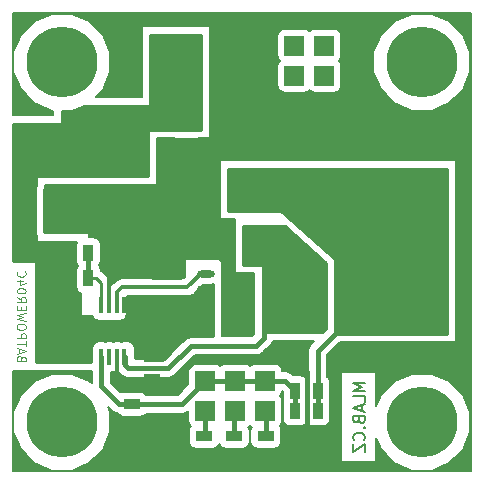
<source format=gbr>
G04 #@! TF.FileFunction,Copper,L2,Bot,Signal*
%FSLAX46Y46*%
G04 Gerber Fmt 4.6, Leading zero omitted, Abs format (unit mm)*
G04 Created by KiCad (PCBNEW 0.201412101631+5319~19~ubuntu14.04.1-product) date St 10. prosinec 2014, 23:05:16 CET*
%MOMM*%
G01*
G04 APERTURE LIST*
%ADD10C,0.100000*%
%ADD11C,0.200000*%
%ADD12R,1.651000X1.651000*%
%ADD13C,6.000000*%
%ADD14R,3.000000X5.500000*%
%ADD15R,3.810000X3.810000*%
%ADD16R,2.499360X2.550160*%
%ADD17R,1.397000X0.889000*%
%ADD18R,0.889000X1.397000*%
%ADD19R,2.700020X2.550160*%
%ADD20R,1.800860X2.499360*%
%ADD21R,2.499360X1.800860*%
%ADD22O,1.473200X0.609600*%
%ADD23R,0.450000X1.450000*%
%ADD24C,0.889000*%
%ADD25C,0.254000*%
%ADD26C,0.400000*%
%ADD27C,0.300000*%
%ADD28C,1.000000*%
G04 APERTURE END LIST*
D10*
D11*
X30741881Y8405452D02*
X29741881Y8405452D01*
X30456167Y8072118D01*
X29741881Y7738785D01*
X30741881Y7738785D01*
X30741881Y6786404D02*
X30741881Y7262595D01*
X29741881Y7262595D01*
X30456167Y6500690D02*
X30456167Y6024499D01*
X30741881Y6595928D02*
X29741881Y6262595D01*
X30741881Y5929261D01*
X30218071Y5262594D02*
X30265690Y5119737D01*
X30313310Y5072118D01*
X30408548Y5024499D01*
X30551405Y5024499D01*
X30646643Y5072118D01*
X30694262Y5119737D01*
X30741881Y5214975D01*
X30741881Y5595928D01*
X29741881Y5595928D01*
X29741881Y5262594D01*
X29789500Y5167356D01*
X29837119Y5119737D01*
X29932357Y5072118D01*
X30027595Y5072118D01*
X30122833Y5119737D01*
X30170452Y5167356D01*
X30218071Y5262594D01*
X30218071Y5595928D01*
X30646643Y4595928D02*
X30694262Y4548309D01*
X30741881Y4595928D01*
X30694262Y4643547D01*
X30646643Y4595928D01*
X30741881Y4595928D01*
X30646643Y3548309D02*
X30694262Y3595928D01*
X30741881Y3738785D01*
X30741881Y3834023D01*
X30694262Y3976881D01*
X30599024Y4072119D01*
X30503786Y4119738D01*
X30313310Y4167357D01*
X30170452Y4167357D01*
X29979976Y4119738D01*
X29884738Y4072119D01*
X29789500Y3976881D01*
X29741881Y3834023D01*
X29741881Y3738785D01*
X29789500Y3595928D01*
X29837119Y3548309D01*
X29741881Y3214976D02*
X29741881Y2548309D01*
X30741881Y3214976D01*
X30741881Y2548309D01*
D10*
X1653771Y10467228D02*
X1618057Y10574371D01*
X1582343Y10610086D01*
X1510914Y10645800D01*
X1403771Y10645800D01*
X1332343Y10610086D01*
X1296629Y10574371D01*
X1260914Y10502943D01*
X1260914Y10217228D01*
X2010914Y10217228D01*
X2010914Y10467228D01*
X1975200Y10538657D01*
X1939486Y10574371D01*
X1868057Y10610086D01*
X1796629Y10610086D01*
X1725200Y10574371D01*
X1689486Y10538657D01*
X1653771Y10467228D01*
X1653771Y10217228D01*
X1475200Y10931514D02*
X1475200Y11288657D01*
X1260914Y10860086D02*
X2010914Y11110086D01*
X1260914Y11360086D01*
X2010914Y11502943D02*
X2010914Y11931514D01*
X1260914Y11717228D02*
X2010914Y11717228D01*
X1260914Y12181514D02*
X2010914Y12181514D01*
X2010914Y12467229D01*
X1975200Y12538657D01*
X1939486Y12574372D01*
X1868057Y12610086D01*
X1760914Y12610086D01*
X1689486Y12574372D01*
X1653771Y12538657D01*
X1618057Y12467229D01*
X1618057Y12181514D01*
X2010914Y13074372D02*
X2010914Y13217229D01*
X1975200Y13288657D01*
X1903771Y13360086D01*
X1760914Y13395800D01*
X1510914Y13395800D01*
X1368057Y13360086D01*
X1296629Y13288657D01*
X1260914Y13217229D01*
X1260914Y13074372D01*
X1296629Y13002943D01*
X1368057Y12931514D01*
X1510914Y12895800D01*
X1760914Y12895800D01*
X1903771Y12931514D01*
X1975200Y13002943D01*
X2010914Y13074372D01*
X2010914Y13645800D02*
X1260914Y13824371D01*
X1796629Y13967228D01*
X1260914Y14110086D01*
X2010914Y14288657D01*
X1653771Y14574371D02*
X1653771Y14824371D01*
X1260914Y14931514D02*
X1260914Y14574371D01*
X2010914Y14574371D01*
X2010914Y14931514D01*
X1260914Y15681514D02*
X1618057Y15431514D01*
X1260914Y15252942D02*
X2010914Y15252942D01*
X2010914Y15538657D01*
X1975200Y15610085D01*
X1939486Y15645800D01*
X1868057Y15681514D01*
X1760914Y15681514D01*
X1689486Y15645800D01*
X1653771Y15610085D01*
X1618057Y15538657D01*
X1618057Y15252942D01*
X2010914Y16145800D02*
X2010914Y16217228D01*
X1975200Y16288657D01*
X1939486Y16324371D01*
X1868057Y16360085D01*
X1725200Y16395800D01*
X1546629Y16395800D01*
X1403771Y16360085D01*
X1332343Y16324371D01*
X1296629Y16288657D01*
X1260914Y16217228D01*
X1260914Y16145800D01*
X1296629Y16074371D01*
X1332343Y16038657D01*
X1403771Y16002942D01*
X1546629Y15967228D01*
X1725200Y15967228D01*
X1868057Y16002942D01*
X1939486Y16038657D01*
X1975200Y16074371D01*
X2010914Y16145800D01*
X1760914Y17038657D02*
X1260914Y17038657D01*
X2046629Y16860086D02*
X1510914Y16681514D01*
X1510914Y17145800D01*
X1332343Y17860086D02*
X1296629Y17824372D01*
X1260914Y17717229D01*
X1260914Y17645800D01*
X1296629Y17538657D01*
X1368057Y17467229D01*
X1439486Y17431514D01*
X1582343Y17395800D01*
X1689486Y17395800D01*
X1832343Y17431514D01*
X1903771Y17467229D01*
X1975200Y17538657D01*
X2010914Y17645800D01*
X2010914Y17717229D01*
X1975200Y17824372D01*
X1939486Y17860086D01*
D12*
X15875000Y34417000D03*
X15875000Y36957000D03*
X10795000Y34417000D03*
X13335000Y34417000D03*
X18415000Y34417000D03*
X18415000Y36957000D03*
X13335000Y36957000D03*
X10795000Y36957000D03*
X22288500Y6032500D03*
X22288500Y8572500D03*
X19748500Y6032500D03*
X19748500Y8572500D03*
X17208500Y6032500D03*
X17208500Y8572500D03*
X24765000Y36957000D03*
X24765000Y34417000D03*
X29845000Y36957000D03*
X27305000Y36957000D03*
X22225000Y36957000D03*
X22225000Y34417000D03*
X27305000Y34417000D03*
X29845000Y34417000D03*
D13*
X35560000Y5080000D03*
X5080000Y35560000D03*
X5080000Y5080000D03*
X35560000Y35560000D03*
D14*
X25988000Y15621000D03*
X35988000Y15621000D03*
D15*
X35226000Y29591000D03*
X30226000Y29591000D03*
X35226000Y24574500D03*
X30226000Y24574500D03*
X5350500Y28003500D03*
X10350500Y28003500D03*
X5350500Y22987000D03*
X10350500Y22987000D03*
D16*
X13970000Y18399760D03*
X13970000Y13350240D03*
D17*
X12700000Y10604500D03*
X12700000Y8699500D03*
D18*
X5397500Y17272000D03*
X7302500Y17272000D03*
X26733500Y6045200D03*
X24828500Y6045200D03*
D17*
X10985500Y6604000D03*
X10985500Y4699000D03*
D19*
X25654000Y30988000D03*
X25654000Y24638000D03*
X20701000Y31115000D03*
X20701000Y24765000D03*
D20*
X15621000Y26957020D03*
X15621000Y30954980D03*
D21*
X17813020Y20701000D03*
X21810980Y20701000D03*
D22*
X17272000Y13843000D03*
X17272000Y15113000D03*
X17272000Y16383000D03*
X17272000Y17653000D03*
X22860000Y17653000D03*
X22860000Y16383000D03*
X22860000Y15113000D03*
X22860000Y13843000D03*
D18*
X5397500Y19431000D03*
X7302500Y19431000D03*
D17*
X19685000Y3873500D03*
X19685000Y1968500D03*
D18*
X26733500Y7747000D03*
X24828500Y7747000D03*
D17*
X17145000Y3873500D03*
X17145000Y1968500D03*
X22352000Y3873500D03*
X22352000Y1968500D03*
D23*
X10373000Y10627000D03*
X9723000Y10627000D03*
X9073000Y10627000D03*
X8423000Y10627000D03*
X8423000Y15027000D03*
X9073000Y15027000D03*
X9723000Y15027000D03*
X10373000Y15027000D03*
D24*
X20650200Y13563600D03*
X19253200Y13665200D03*
X20701000Y15316200D03*
X19202400Y15265400D03*
X20701000Y16789400D03*
X19151600Y16789400D03*
X32512000Y10668000D03*
X28244800Y10490200D03*
X28041600Y3860800D03*
X25834999Y3922050D03*
X23693341Y2338341D03*
X21056600Y2032000D03*
X18415000Y2006600D03*
X14909800Y2032000D03*
X14859000Y4622800D03*
X12852400Y4521200D03*
X11150600Y2971800D03*
X9753600Y8610600D03*
X9398000Y17399000D03*
X11176000Y18288000D03*
X10922000Y20066000D03*
X13970000Y20828000D03*
X15748000Y20320000D03*
X16256000Y22606000D03*
X16510000Y24892000D03*
X13716000Y23368000D03*
X13716000Y25146000D03*
X18796000Y28448000D03*
X21844000Y28702000D03*
X18084800Y10388600D03*
X11049000Y8153400D03*
X14173200Y8077200D03*
X24219424Y9765668D03*
X25450800Y10210800D03*
X25476200Y11607800D03*
D25*
X20701000Y15316200D02*
X20701000Y15113000D01*
X20701000Y15113000D02*
X19253200Y13665200D01*
X20701000Y16789400D02*
X20701000Y16764000D01*
X20701000Y16764000D02*
X19202400Y15265400D01*
X17813020Y20701000D02*
X17813020Y19546570D01*
X17813020Y19546570D02*
X19151600Y18207990D01*
X19151600Y18207990D02*
X19151600Y16789400D01*
X28041600Y3860800D02*
X28041600Y10287000D01*
X28041600Y10287000D02*
X28244800Y10490200D01*
D26*
X25834999Y3051199D02*
X25834999Y3922050D01*
D25*
X21056600Y2032000D02*
X23387000Y2032000D01*
X23387000Y2032000D02*
X23693341Y2338341D01*
X14909800Y2032000D02*
X18389600Y2032000D01*
X18389600Y2032000D02*
X18415000Y2006600D01*
X13709617Y4749800D02*
X14732000Y4749800D01*
X14732000Y4749800D02*
X14859000Y4622800D01*
X12852400Y4521200D02*
X13481017Y4521200D01*
X13481017Y4521200D02*
X13709617Y4749800D01*
X10985500Y4699000D02*
X10985500Y3136900D01*
X10985500Y3136900D02*
X11150600Y2971800D01*
D26*
X22225000Y1968500D02*
X23323500Y1968500D01*
X23323500Y1968500D02*
X24326800Y2971800D01*
X24326800Y2971800D02*
X25755600Y2971800D01*
X25755600Y2971800D02*
X25834999Y3051199D01*
D27*
X9723000Y8692000D02*
X9753600Y8661400D01*
X9753600Y8661400D02*
X9753600Y8610600D01*
X9723000Y10627000D02*
X9723000Y8692000D01*
X9730500Y8699500D02*
X12700000Y8699500D01*
X9723000Y8692000D02*
X9730500Y8699500D01*
X9073000Y21709500D02*
X10350500Y22987000D01*
X9073000Y15027000D02*
X9073000Y21709500D01*
X9073000Y17074000D02*
X9398000Y17399000D01*
X9073000Y15027000D02*
X9073000Y17074000D01*
D25*
X10287000Y17399000D02*
X11176000Y18288000D01*
X9398000Y17399000D02*
X10287000Y17399000D01*
X13208000Y20066000D02*
X13970000Y20828000D01*
X10922000Y20066000D02*
X13208000Y20066000D01*
X15748000Y22098000D02*
X16256000Y22606000D01*
X15748000Y20320000D02*
X15748000Y22098000D01*
X14986000Y23368000D02*
X13716000Y23368000D01*
X16510000Y24892000D02*
X14986000Y23368000D01*
X16256000Y25146000D02*
X16510000Y24892000D01*
X13716000Y25146000D02*
X16256000Y25146000D01*
X16510000Y26162000D02*
X18796000Y28448000D01*
X16510000Y24892000D02*
X16510000Y26162000D01*
X17456183Y10388600D02*
X18084800Y10388600D01*
X16484600Y10388600D02*
X17456183Y10388600D01*
X14173200Y8077200D02*
X16484600Y10388600D01*
D26*
X25326999Y9852001D02*
X24133091Y9852001D01*
D25*
X10591800Y8610600D02*
X11049000Y8153400D01*
X9753600Y8610600D02*
X10591800Y8610600D01*
D26*
X25834999Y9344001D02*
X25326999Y9852001D01*
X25834999Y3922050D02*
X25834999Y9344001D01*
D25*
X23596492Y10388600D02*
X24219424Y9765668D01*
X18084800Y10388600D02*
X23596492Y10388600D01*
X24133091Y9852001D02*
X24219424Y9765668D01*
X25005668Y9765668D02*
X25450800Y10210800D01*
X24219424Y9765668D02*
X25005668Y9765668D01*
D28*
X15621000Y30954980D02*
X13720570Y30954980D01*
X13720570Y30954980D02*
X13695549Y30980001D01*
X13695549Y30980001D02*
X7946001Y30980001D01*
X7946001Y30980001D02*
X5287000Y28321000D01*
X13335000Y36957000D02*
X13335000Y34417000D01*
X13335000Y34417000D02*
X15875000Y34417000D01*
X15875000Y36957000D02*
X15875000Y34417000D01*
X15875000Y31208980D02*
X15621000Y30954980D01*
X15875000Y36957000D02*
X15875000Y31208980D01*
D27*
X13970000Y13375640D02*
X13970000Y13350240D01*
X12318640Y15027000D02*
X13970000Y13375640D01*
X10373000Y15027000D02*
X12318640Y15027000D01*
D28*
X13546849Y10652009D02*
X12700000Y10652009D01*
X13970000Y11075160D02*
X13546849Y10652009D01*
X13970000Y13350240D02*
X13970000Y11075160D01*
D26*
X7300000Y19431000D02*
X7300000Y17476000D01*
D25*
X8001000Y17272000D02*
X7302500Y17272000D01*
X8423000Y16850000D02*
X8001000Y17272000D01*
X8423000Y15027000D02*
X8423000Y16850000D01*
D26*
X26733500Y7747000D02*
X26733500Y6045200D01*
X26733500Y7747000D02*
X26733500Y11112500D01*
X31242000Y15621000D02*
X35988000Y15621000D01*
X26733500Y11112500D02*
X31242000Y15621000D01*
X24828500Y7747000D02*
X24828500Y6045200D01*
X8393999Y9538799D02*
X8393999Y10627000D01*
X8393999Y8097001D02*
X8393999Y9538799D01*
X9887000Y6604000D02*
X8393999Y8097001D01*
X10985500Y6604000D02*
X9887000Y6604000D01*
X15240000Y6604000D02*
X17208500Y8572500D01*
X10985500Y6604000D02*
X15240000Y6604000D01*
X17208500Y8572500D02*
X19748500Y8572500D01*
X17208500Y8572500D02*
X22288500Y8572500D01*
X24003000Y8572500D02*
X24828500Y7747000D01*
X22288500Y8572500D02*
X24003000Y8572500D01*
X11905733Y9652000D02*
X14091553Y9652000D01*
X14091553Y9652000D02*
X15987187Y11547634D01*
X15987187Y11547634D02*
X21504434Y11547634D01*
X21504434Y11547634D02*
X22174200Y12217400D01*
X22174200Y12217400D02*
X22174200Y13055600D01*
X22860000Y13138200D02*
X22860000Y13843000D01*
X22174200Y13055600D02*
X22777400Y13055600D01*
X22777400Y13055600D02*
X22860000Y13138200D01*
X11905733Y9652000D02*
X10668000Y9652000D01*
X10668000Y9652000D02*
X10402001Y9917999D01*
X10402001Y9917999D02*
X10402001Y10627000D01*
X22352000Y5969000D02*
X22288500Y6032500D01*
X22352000Y3873500D02*
X22352000Y5969000D01*
X19685000Y5969000D02*
X19748500Y6032500D01*
X19685000Y3873500D02*
X19685000Y5969000D01*
X17208500Y3937000D02*
X17145000Y3873500D01*
X17208500Y6032500D02*
X17208500Y3937000D01*
X16840200Y17653000D02*
X17272000Y17653000D01*
D27*
X16840200Y17653000D02*
X15697200Y16510000D01*
X9723000Y16052000D02*
X9723000Y15027000D01*
X9723000Y16054202D02*
X9723000Y16052000D01*
X10178798Y16510000D02*
X9723000Y16054202D01*
X15697200Y16510000D02*
X10178798Y16510000D01*
D25*
G36*
X27432000Y12991868D02*
X27140132Y12700000D01*
X22098000Y12700000D01*
X22098000Y18415000D01*
X20447000Y18415000D01*
X20447000Y21717000D01*
X23931093Y21717000D01*
X27432000Y18516171D01*
X27432000Y12991868D01*
X27432000Y12991868D01*
G37*
X27432000Y12991868D02*
X27140132Y12700000D01*
X22098000Y12700000D01*
X22098000Y18415000D01*
X20447000Y18415000D01*
X20447000Y21717000D01*
X23931093Y21717000D01*
X27432000Y18516171D01*
X27432000Y12991868D01*
G36*
X37719000Y12573000D02*
X30607000Y12573000D01*
X28194000Y12573000D01*
X28194000Y18851966D01*
X23671306Y22987000D01*
X19177000Y22987000D01*
X19177000Y26543000D01*
X27432000Y26543000D01*
X37592000Y26543000D01*
X37719000Y26543000D01*
X37719000Y12573000D01*
X37719000Y12573000D01*
G37*
X37719000Y12573000D02*
X30607000Y12573000D01*
X28194000Y12573000D01*
X28194000Y18851966D01*
X23671306Y22987000D01*
X19177000Y22987000D01*
X19177000Y26543000D01*
X27432000Y26543000D01*
X37592000Y26543000D01*
X37719000Y26543000D01*
X37719000Y12573000D01*
D11*
G36*
X26443316Y11965000D02*
X26162158Y11683842D01*
X25987005Y11421709D01*
X25925500Y11112500D01*
X25925500Y8933938D01*
X25853416Y8886586D01*
X25780971Y8779263D01*
X25714086Y8881084D01*
X25512026Y9017476D01*
X25273000Y9065411D01*
X24652773Y9065411D01*
X24574342Y9143842D01*
X24312209Y9318995D01*
X24003000Y9380500D01*
X23733911Y9380500D01*
X23733911Y9398000D01*
X23688931Y9629828D01*
X23555086Y9833584D01*
X23353026Y9969976D01*
X23114000Y10017911D01*
X21463000Y10017911D01*
X21231172Y9972931D01*
X21027416Y9839086D01*
X21019335Y9827115D01*
X21015086Y9833584D01*
X20813026Y9969976D01*
X20574000Y10017911D01*
X18923000Y10017911D01*
X18691172Y9972931D01*
X18487416Y9839086D01*
X18479335Y9827115D01*
X18475086Y9833584D01*
X18273026Y9969976D01*
X18034000Y10017911D01*
X16383000Y10017911D01*
X16151172Y9972931D01*
X15947416Y9839086D01*
X15811024Y9637026D01*
X15763089Y9398000D01*
X15763089Y8269774D01*
X14905315Y7412000D01*
X12172437Y7412000D01*
X12125086Y7484084D01*
X11923026Y7620476D01*
X11684000Y7668411D01*
X10287000Y7668411D01*
X10055172Y7623431D01*
X10028061Y7605623D01*
X9201999Y8431685D01*
X9201999Y9282089D01*
X9298000Y9282089D01*
X9529828Y9327069D01*
X9678911Y9425000D01*
X9768270Y9425000D01*
X9786561Y9412654D01*
X9830659Y9346657D01*
X10096657Y9080658D01*
X10096658Y9080658D01*
X10271810Y8963625D01*
X10358791Y8905506D01*
X10358792Y8905505D01*
X10668000Y8844000D01*
X11905733Y8844000D01*
X14091553Y8844000D01*
X14400761Y8905505D01*
X14400762Y8905505D01*
X14662895Y9080658D01*
X16321871Y10739634D01*
X21504434Y10739634D01*
X21813642Y10801139D01*
X21813643Y10801139D01*
X22075776Y10976292D01*
X22745542Y11646058D01*
X22920695Y11908191D01*
X22920695Y11908192D01*
X22930899Y11959492D01*
X22931994Y11965000D01*
X26443316Y11965000D01*
X26443316Y11965000D01*
G37*
X26443316Y11965000D02*
X26162158Y11683842D01*
X25987005Y11421709D01*
X25925500Y11112500D01*
X25925500Y8933938D01*
X25853416Y8886586D01*
X25780971Y8779263D01*
X25714086Y8881084D01*
X25512026Y9017476D01*
X25273000Y9065411D01*
X24652773Y9065411D01*
X24574342Y9143842D01*
X24312209Y9318995D01*
X24003000Y9380500D01*
X23733911Y9380500D01*
X23733911Y9398000D01*
X23688931Y9629828D01*
X23555086Y9833584D01*
X23353026Y9969976D01*
X23114000Y10017911D01*
X21463000Y10017911D01*
X21231172Y9972931D01*
X21027416Y9839086D01*
X21019335Y9827115D01*
X21015086Y9833584D01*
X20813026Y9969976D01*
X20574000Y10017911D01*
X18923000Y10017911D01*
X18691172Y9972931D01*
X18487416Y9839086D01*
X18479335Y9827115D01*
X18475086Y9833584D01*
X18273026Y9969976D01*
X18034000Y10017911D01*
X16383000Y10017911D01*
X16151172Y9972931D01*
X15947416Y9839086D01*
X15811024Y9637026D01*
X15763089Y9398000D01*
X15763089Y8269774D01*
X14905315Y7412000D01*
X12172437Y7412000D01*
X12125086Y7484084D01*
X11923026Y7620476D01*
X11684000Y7668411D01*
X10287000Y7668411D01*
X10055172Y7623431D01*
X10028061Y7605623D01*
X9201999Y8431685D01*
X9201999Y9282089D01*
X9298000Y9282089D01*
X9529828Y9327069D01*
X9678911Y9425000D01*
X9768270Y9425000D01*
X9786561Y9412654D01*
X9830659Y9346657D01*
X10096657Y9080658D01*
X10096658Y9080658D01*
X10271810Y8963625D01*
X10358791Y8905506D01*
X10358792Y8905505D01*
X10668000Y8844000D01*
X11905733Y8844000D01*
X14091553Y8844000D01*
X14400761Y8905505D01*
X14400762Y8905505D01*
X14662895Y9080658D01*
X16321871Y10739634D01*
X21504434Y10739634D01*
X21813642Y10801139D01*
X21813643Y10801139D01*
X22075776Y10976292D01*
X22745542Y11646058D01*
X22920695Y11908191D01*
X22920695Y11908192D01*
X22930899Y11959492D01*
X22931994Y11965000D01*
X26443316Y11965000D01*
G36*
X39726000Y914000D02*
X39660710Y914000D01*
X39660710Y5891963D01*
X39660710Y36371963D01*
X39037838Y37879429D01*
X37885496Y39033784D01*
X36379118Y39659287D01*
X34748037Y39660710D01*
X33240571Y39037838D01*
X32086216Y37885496D01*
X31460713Y36379118D01*
X31459290Y34748037D01*
X32082162Y33240571D01*
X33234504Y32086216D01*
X34740882Y31460713D01*
X36371963Y31459290D01*
X37879429Y32082162D01*
X39033784Y33234504D01*
X39659287Y34740882D01*
X39660710Y36371963D01*
X39660710Y5891963D01*
X39037838Y7399429D01*
X37885496Y8553784D01*
X36379118Y9179287D01*
X34748037Y9180710D01*
X33240571Y8557838D01*
X32086216Y7405496D01*
X31697500Y6469365D01*
X31697500Y9351548D01*
X28681500Y9351548D01*
X28681500Y1697453D01*
X31697500Y1697453D01*
X31697500Y3691524D01*
X32082162Y2760571D01*
X33234504Y1606216D01*
X34740882Y980713D01*
X36371963Y979290D01*
X37879429Y1602162D01*
X39033784Y2754504D01*
X39659287Y4260882D01*
X39660710Y5891963D01*
X39660710Y914000D01*
X914000Y914000D01*
X914000Y9380657D01*
X2883200Y9380657D01*
X2883200Y9425000D01*
X7585999Y9425000D01*
X7585999Y8372965D01*
X7405496Y8553784D01*
X5899118Y9179287D01*
X4268037Y9180710D01*
X2760571Y8557838D01*
X1606216Y7405496D01*
X980713Y5899118D01*
X979290Y4268037D01*
X1602162Y2760571D01*
X2754504Y1606216D01*
X4260882Y980713D01*
X5891963Y979290D01*
X7399429Y1602162D01*
X8553784Y2754504D01*
X9179287Y4260882D01*
X9180710Y5891963D01*
X8986620Y6361696D01*
X9315658Y6032658D01*
X9577791Y5857505D01*
X9577792Y5857505D01*
X9629091Y5847301D01*
X9785270Y5816236D01*
X9845914Y5723916D01*
X10047974Y5587524D01*
X10287000Y5539589D01*
X11684000Y5539589D01*
X11915828Y5584569D01*
X12119584Y5718414D01*
X12171955Y5796000D01*
X15240000Y5796000D01*
X15549208Y5857505D01*
X15549209Y5857505D01*
X15763089Y6000417D01*
X15763089Y5207000D01*
X15808069Y4975172D01*
X15941914Y4771416D01*
X15995035Y4735559D01*
X15874524Y4557026D01*
X15826589Y4318000D01*
X15826589Y3429000D01*
X15871569Y3197172D01*
X16005414Y2993416D01*
X16207474Y2857024D01*
X16446500Y2809089D01*
X17843500Y2809089D01*
X18075328Y2854069D01*
X18279084Y2987914D01*
X18415476Y3189974D01*
X18415668Y3190932D01*
X18545414Y2993416D01*
X18747474Y2857024D01*
X18986500Y2809089D01*
X20383500Y2809089D01*
X20615328Y2854069D01*
X20819084Y2987914D01*
X20955476Y3189974D01*
X21003411Y3429000D01*
X21003411Y4318000D01*
X20958431Y4549828D01*
X20874692Y4677306D01*
X21009584Y4765914D01*
X21017664Y4777886D01*
X21021914Y4771416D01*
X21162282Y4676667D01*
X21081524Y4557026D01*
X21033589Y4318000D01*
X21033589Y3429000D01*
X21078569Y3197172D01*
X21212414Y2993416D01*
X21414474Y2857024D01*
X21653500Y2809089D01*
X23050500Y2809089D01*
X23282328Y2854069D01*
X23486084Y2987914D01*
X23622476Y3189974D01*
X23670411Y3429000D01*
X23670411Y4318000D01*
X23625431Y4549828D01*
X23503410Y4735584D01*
X23549584Y4765914D01*
X23685976Y4967974D01*
X23733911Y5207000D01*
X23733911Y6858000D01*
X23688931Y7089828D01*
X23555086Y7293584D01*
X23543114Y7301665D01*
X23549584Y7305914D01*
X23685976Y7507974D01*
X23725877Y7706939D01*
X23764089Y7668727D01*
X23764089Y7048500D01*
X23794146Y6893582D01*
X23764089Y6743700D01*
X23764089Y5346700D01*
X23809069Y5114872D01*
X23942914Y4911116D01*
X24144974Y4774724D01*
X24384000Y4726789D01*
X25273000Y4726789D01*
X25504828Y4771769D01*
X25708584Y4905614D01*
X25781028Y5012938D01*
X25847914Y4911116D01*
X26049974Y4774724D01*
X26289000Y4726789D01*
X27178000Y4726789D01*
X27409828Y4771769D01*
X27613584Y4905614D01*
X27749976Y5107674D01*
X27797911Y5346700D01*
X27797911Y6743700D01*
X27767853Y6898619D01*
X27797911Y7048500D01*
X27797911Y8445500D01*
X27752931Y8677328D01*
X27619086Y8881084D01*
X27541500Y8933455D01*
X27541500Y10777816D01*
X28601684Y11838000D01*
X30607000Y11838000D01*
X38454000Y11838000D01*
X38454000Y27278000D01*
X37592000Y27278000D01*
X28750411Y27278000D01*
X28750411Y33591500D01*
X28750411Y35242500D01*
X28705431Y35474328D01*
X28571586Y35678084D01*
X28559614Y35686165D01*
X28566084Y35690414D01*
X28702476Y35892474D01*
X28750411Y36131500D01*
X28750411Y37782500D01*
X28705431Y38014328D01*
X28571586Y38218084D01*
X28369526Y38354476D01*
X28130500Y38402411D01*
X26479500Y38402411D01*
X26247672Y38357431D01*
X26043916Y38223586D01*
X26035835Y38211615D01*
X26031586Y38218084D01*
X25829526Y38354476D01*
X25590500Y38402411D01*
X23939500Y38402411D01*
X23707672Y38357431D01*
X23503916Y38223586D01*
X23367524Y38021526D01*
X23319589Y37782500D01*
X23319589Y36131500D01*
X23364569Y35899672D01*
X23498414Y35695916D01*
X23510385Y35687836D01*
X23503916Y35683586D01*
X23367524Y35481526D01*
X23319589Y35242500D01*
X23319589Y33591500D01*
X23364569Y33359672D01*
X23498414Y33155916D01*
X23700474Y33019524D01*
X23939500Y32971589D01*
X25590500Y32971589D01*
X25822328Y33016569D01*
X26026084Y33150414D01*
X26034164Y33162386D01*
X26038414Y33155916D01*
X26240474Y33019524D01*
X26479500Y32971589D01*
X28130500Y32971589D01*
X28362328Y33016569D01*
X28566084Y33150414D01*
X28702476Y33352474D01*
X28750411Y33591500D01*
X28750411Y27278000D01*
X27432000Y27278000D01*
X18442000Y27278000D01*
X18442000Y22252000D01*
X19712000Y22252000D01*
X19712000Y17680000D01*
X21363000Y17680000D01*
X21363000Y12548884D01*
X21169750Y12355634D01*
X18642000Y12355634D01*
X18642000Y13838265D01*
X18642942Y13843000D01*
X18642000Y13847735D01*
X18642000Y15108265D01*
X18642942Y15113000D01*
X18642000Y15117735D01*
X18642000Y16378265D01*
X18642942Y16383000D01*
X18642000Y16387735D01*
X18642000Y17648265D01*
X18642942Y17653000D01*
X18642000Y17657735D01*
X18642000Y18896000D01*
X15521000Y18896000D01*
X15521000Y17405774D01*
X15383226Y17268000D01*
X10178798Y17268000D01*
X9888724Y17210301D01*
X9642811Y17045987D01*
X9187013Y16590189D01*
X9158000Y16546769D01*
X9158000Y16850000D01*
X9102051Y17131272D01*
X8942723Y17369723D01*
X8942723Y17369724D01*
X8520723Y17791723D01*
X8366911Y17894497D01*
X8366911Y17970500D01*
X8321931Y18202328D01*
X8223547Y18352100D01*
X8318976Y18493474D01*
X8366911Y18732500D01*
X8366911Y20129500D01*
X8321931Y20361328D01*
X8188086Y20565084D01*
X7986026Y20701476D01*
X7747000Y20749411D01*
X7339000Y20749411D01*
X7339000Y21055000D01*
X3656000Y21055000D01*
X3656000Y25173000D01*
X13117500Y25173000D01*
X13117500Y29110000D01*
X14597848Y29110000D01*
X14720570Y29085389D01*
X16521430Y29085389D01*
X16648275Y29110000D01*
X17626000Y29110000D01*
X17626000Y38581000D01*
X11838000Y38581000D01*
X11838000Y32612000D01*
X7930192Y32612000D01*
X8553784Y33234504D01*
X9179287Y34740882D01*
X9180710Y36371963D01*
X8557838Y37879429D01*
X7405496Y39033784D01*
X5899118Y39659287D01*
X4268037Y39660710D01*
X2760571Y39037838D01*
X1606216Y37885496D01*
X980713Y36379118D01*
X979290Y34748037D01*
X1602162Y33240571D01*
X2754504Y32086216D01*
X4260882Y31460713D01*
X4345000Y31460640D01*
X4345000Y31088000D01*
X914000Y31088000D01*
X914000Y39726000D01*
X39726000Y39726000D01*
X39726000Y914000D01*
X39726000Y914000D01*
G37*
X39726000Y914000D02*
X39660710Y914000D01*
X39660710Y5891963D01*
X39660710Y36371963D01*
X39037838Y37879429D01*
X37885496Y39033784D01*
X36379118Y39659287D01*
X34748037Y39660710D01*
X33240571Y39037838D01*
X32086216Y37885496D01*
X31460713Y36379118D01*
X31459290Y34748037D01*
X32082162Y33240571D01*
X33234504Y32086216D01*
X34740882Y31460713D01*
X36371963Y31459290D01*
X37879429Y32082162D01*
X39033784Y33234504D01*
X39659287Y34740882D01*
X39660710Y36371963D01*
X39660710Y5891963D01*
X39037838Y7399429D01*
X37885496Y8553784D01*
X36379118Y9179287D01*
X34748037Y9180710D01*
X33240571Y8557838D01*
X32086216Y7405496D01*
X31697500Y6469365D01*
X31697500Y9351548D01*
X28681500Y9351548D01*
X28681500Y1697453D01*
X31697500Y1697453D01*
X31697500Y3691524D01*
X32082162Y2760571D01*
X33234504Y1606216D01*
X34740882Y980713D01*
X36371963Y979290D01*
X37879429Y1602162D01*
X39033784Y2754504D01*
X39659287Y4260882D01*
X39660710Y5891963D01*
X39660710Y914000D01*
X914000Y914000D01*
X914000Y9380657D01*
X2883200Y9380657D01*
X2883200Y9425000D01*
X7585999Y9425000D01*
X7585999Y8372965D01*
X7405496Y8553784D01*
X5899118Y9179287D01*
X4268037Y9180710D01*
X2760571Y8557838D01*
X1606216Y7405496D01*
X980713Y5899118D01*
X979290Y4268037D01*
X1602162Y2760571D01*
X2754504Y1606216D01*
X4260882Y980713D01*
X5891963Y979290D01*
X7399429Y1602162D01*
X8553784Y2754504D01*
X9179287Y4260882D01*
X9180710Y5891963D01*
X8986620Y6361696D01*
X9315658Y6032658D01*
X9577791Y5857505D01*
X9577792Y5857505D01*
X9629091Y5847301D01*
X9785270Y5816236D01*
X9845914Y5723916D01*
X10047974Y5587524D01*
X10287000Y5539589D01*
X11684000Y5539589D01*
X11915828Y5584569D01*
X12119584Y5718414D01*
X12171955Y5796000D01*
X15240000Y5796000D01*
X15549208Y5857505D01*
X15549209Y5857505D01*
X15763089Y6000417D01*
X15763089Y5207000D01*
X15808069Y4975172D01*
X15941914Y4771416D01*
X15995035Y4735559D01*
X15874524Y4557026D01*
X15826589Y4318000D01*
X15826589Y3429000D01*
X15871569Y3197172D01*
X16005414Y2993416D01*
X16207474Y2857024D01*
X16446500Y2809089D01*
X17843500Y2809089D01*
X18075328Y2854069D01*
X18279084Y2987914D01*
X18415476Y3189974D01*
X18415668Y3190932D01*
X18545414Y2993416D01*
X18747474Y2857024D01*
X18986500Y2809089D01*
X20383500Y2809089D01*
X20615328Y2854069D01*
X20819084Y2987914D01*
X20955476Y3189974D01*
X21003411Y3429000D01*
X21003411Y4318000D01*
X20958431Y4549828D01*
X20874692Y4677306D01*
X21009584Y4765914D01*
X21017664Y4777886D01*
X21021914Y4771416D01*
X21162282Y4676667D01*
X21081524Y4557026D01*
X21033589Y4318000D01*
X21033589Y3429000D01*
X21078569Y3197172D01*
X21212414Y2993416D01*
X21414474Y2857024D01*
X21653500Y2809089D01*
X23050500Y2809089D01*
X23282328Y2854069D01*
X23486084Y2987914D01*
X23622476Y3189974D01*
X23670411Y3429000D01*
X23670411Y4318000D01*
X23625431Y4549828D01*
X23503410Y4735584D01*
X23549584Y4765914D01*
X23685976Y4967974D01*
X23733911Y5207000D01*
X23733911Y6858000D01*
X23688931Y7089828D01*
X23555086Y7293584D01*
X23543114Y7301665D01*
X23549584Y7305914D01*
X23685976Y7507974D01*
X23725877Y7706939D01*
X23764089Y7668727D01*
X23764089Y7048500D01*
X23794146Y6893582D01*
X23764089Y6743700D01*
X23764089Y5346700D01*
X23809069Y5114872D01*
X23942914Y4911116D01*
X24144974Y4774724D01*
X24384000Y4726789D01*
X25273000Y4726789D01*
X25504828Y4771769D01*
X25708584Y4905614D01*
X25781028Y5012938D01*
X25847914Y4911116D01*
X26049974Y4774724D01*
X26289000Y4726789D01*
X27178000Y4726789D01*
X27409828Y4771769D01*
X27613584Y4905614D01*
X27749976Y5107674D01*
X27797911Y5346700D01*
X27797911Y6743700D01*
X27767853Y6898619D01*
X27797911Y7048500D01*
X27797911Y8445500D01*
X27752931Y8677328D01*
X27619086Y8881084D01*
X27541500Y8933455D01*
X27541500Y10777816D01*
X28601684Y11838000D01*
X30607000Y11838000D01*
X38454000Y11838000D01*
X38454000Y27278000D01*
X37592000Y27278000D01*
X28750411Y27278000D01*
X28750411Y33591500D01*
X28750411Y35242500D01*
X28705431Y35474328D01*
X28571586Y35678084D01*
X28559614Y35686165D01*
X28566084Y35690414D01*
X28702476Y35892474D01*
X28750411Y36131500D01*
X28750411Y37782500D01*
X28705431Y38014328D01*
X28571586Y38218084D01*
X28369526Y38354476D01*
X28130500Y38402411D01*
X26479500Y38402411D01*
X26247672Y38357431D01*
X26043916Y38223586D01*
X26035835Y38211615D01*
X26031586Y38218084D01*
X25829526Y38354476D01*
X25590500Y38402411D01*
X23939500Y38402411D01*
X23707672Y38357431D01*
X23503916Y38223586D01*
X23367524Y38021526D01*
X23319589Y37782500D01*
X23319589Y36131500D01*
X23364569Y35899672D01*
X23498414Y35695916D01*
X23510385Y35687836D01*
X23503916Y35683586D01*
X23367524Y35481526D01*
X23319589Y35242500D01*
X23319589Y33591500D01*
X23364569Y33359672D01*
X23498414Y33155916D01*
X23700474Y33019524D01*
X23939500Y32971589D01*
X25590500Y32971589D01*
X25822328Y33016569D01*
X26026084Y33150414D01*
X26034164Y33162386D01*
X26038414Y33155916D01*
X26240474Y33019524D01*
X26479500Y32971589D01*
X28130500Y32971589D01*
X28362328Y33016569D01*
X28566084Y33150414D01*
X28702476Y33352474D01*
X28750411Y33591500D01*
X28750411Y27278000D01*
X27432000Y27278000D01*
X18442000Y27278000D01*
X18442000Y22252000D01*
X19712000Y22252000D01*
X19712000Y17680000D01*
X21363000Y17680000D01*
X21363000Y12548884D01*
X21169750Y12355634D01*
X18642000Y12355634D01*
X18642000Y13838265D01*
X18642942Y13843000D01*
X18642000Y13847735D01*
X18642000Y15108265D01*
X18642942Y15113000D01*
X18642000Y15117735D01*
X18642000Y16378265D01*
X18642942Y16383000D01*
X18642000Y16387735D01*
X18642000Y17648265D01*
X18642942Y17653000D01*
X18642000Y17657735D01*
X18642000Y18896000D01*
X15521000Y18896000D01*
X15521000Y17405774D01*
X15383226Y17268000D01*
X10178798Y17268000D01*
X9888724Y17210301D01*
X9642811Y17045987D01*
X9187013Y16590189D01*
X9158000Y16546769D01*
X9158000Y16850000D01*
X9102051Y17131272D01*
X8942723Y17369723D01*
X8942723Y17369724D01*
X8520723Y17791723D01*
X8366911Y17894497D01*
X8366911Y17970500D01*
X8321931Y18202328D01*
X8223547Y18352100D01*
X8318976Y18493474D01*
X8366911Y18732500D01*
X8366911Y20129500D01*
X8321931Y20361328D01*
X8188086Y20565084D01*
X7986026Y20701476D01*
X7747000Y20749411D01*
X7339000Y20749411D01*
X7339000Y21055000D01*
X3656000Y21055000D01*
X3656000Y25173000D01*
X13117500Y25173000D01*
X13117500Y29110000D01*
X14597848Y29110000D01*
X14720570Y29085389D01*
X16521430Y29085389D01*
X16648275Y29110000D01*
X17626000Y29110000D01*
X17626000Y38581000D01*
X11838000Y38581000D01*
X11838000Y32612000D01*
X7930192Y32612000D01*
X8553784Y33234504D01*
X9179287Y34740882D01*
X9180710Y36371963D01*
X8557838Y37879429D01*
X7405496Y39033784D01*
X5899118Y39659287D01*
X4268037Y39660710D01*
X2760571Y39037838D01*
X1606216Y37885496D01*
X980713Y36379118D01*
X979290Y34748037D01*
X1602162Y33240571D01*
X2754504Y32086216D01*
X4260882Y31460713D01*
X4345000Y31460640D01*
X4345000Y31088000D01*
X914000Y31088000D01*
X914000Y39726000D01*
X39726000Y39726000D01*
X39726000Y914000D01*
D25*
G36*
X17907000Y12382634D02*
X15987187Y12382634D01*
X15667646Y12319073D01*
X15396753Y12138068D01*
X13745685Y10487000D01*
X11905733Y10487000D01*
X11245440Y10487000D01*
X11245440Y11352000D01*
X11198463Y11594123D01*
X11058673Y11806927D01*
X10847640Y11949377D01*
X10598000Y11999440D01*
X10148000Y11999440D01*
X10046347Y11979718D01*
X9948000Y11999440D01*
X9498000Y11999440D01*
X9396347Y11979718D01*
X9298000Y11999440D01*
X8848000Y11999440D01*
X8746347Y11979718D01*
X8648000Y11999440D01*
X8198000Y11999440D01*
X7955877Y11952463D01*
X7743073Y11812673D01*
X7600623Y11601640D01*
X7550560Y11352000D01*
X7550560Y10160000D01*
X2910200Y10160000D01*
X2910200Y18687943D01*
X941000Y18687943D01*
X941000Y30353000D01*
X5080000Y30353000D01*
X5080000Y31432999D01*
X5897310Y31432285D01*
X6973603Y31877000D01*
X12573000Y31877000D01*
X12573000Y37846000D01*
X16891000Y37846000D01*
X16891000Y29845000D01*
X12382500Y29845000D01*
X12382500Y25908000D01*
X2921000Y25908000D01*
X2921000Y25249604D01*
X2848123Y25141640D01*
X2798060Y24892000D01*
X2798060Y21082000D01*
X2845037Y20839877D01*
X2921000Y20724237D01*
X2921000Y20320000D01*
X6248763Y20320000D01*
X6210560Y20129500D01*
X6210560Y18732500D01*
X6257537Y18490377D01*
X6349025Y18351104D01*
X6260623Y18220140D01*
X6210560Y17970500D01*
X6210560Y16573500D01*
X6257537Y16331377D01*
X6397327Y16118573D01*
X6604000Y15979066D01*
X6604000Y14097000D01*
X7590334Y14097000D01*
X7597537Y14059877D01*
X7737327Y13847073D01*
X7948360Y13704623D01*
X8198000Y13654560D01*
X8648000Y13654560D01*
X8749652Y13674283D01*
X8848000Y13654560D01*
X9298000Y13654560D01*
X9399652Y13674283D01*
X9498000Y13654560D01*
X9948000Y13654560D01*
X10190123Y13701537D01*
X10402927Y13841327D01*
X10545377Y14052360D01*
X10595440Y14302000D01*
X10595440Y15725000D01*
X15697200Y15725000D01*
X15997606Y15784755D01*
X15997607Y15784755D01*
X16132668Y15875000D01*
X16256000Y15875000D01*
X16256000Y15958642D01*
X17010558Y16713200D01*
X17730671Y16713200D01*
X17907000Y16748275D01*
X17907000Y12382634D01*
X17907000Y12382634D01*
G37*
X17907000Y12382634D02*
X15987187Y12382634D01*
X15667646Y12319073D01*
X15396753Y12138068D01*
X13745685Y10487000D01*
X11905733Y10487000D01*
X11245440Y10487000D01*
X11245440Y11352000D01*
X11198463Y11594123D01*
X11058673Y11806927D01*
X10847640Y11949377D01*
X10598000Y11999440D01*
X10148000Y11999440D01*
X10046347Y11979718D01*
X9948000Y11999440D01*
X9498000Y11999440D01*
X9396347Y11979718D01*
X9298000Y11999440D01*
X8848000Y11999440D01*
X8746347Y11979718D01*
X8648000Y11999440D01*
X8198000Y11999440D01*
X7955877Y11952463D01*
X7743073Y11812673D01*
X7600623Y11601640D01*
X7550560Y11352000D01*
X7550560Y10160000D01*
X2910200Y10160000D01*
X2910200Y18687943D01*
X941000Y18687943D01*
X941000Y30353000D01*
X5080000Y30353000D01*
X5080000Y31432999D01*
X5897310Y31432285D01*
X6973603Y31877000D01*
X12573000Y31877000D01*
X12573000Y37846000D01*
X16891000Y37846000D01*
X16891000Y29845000D01*
X12382500Y29845000D01*
X12382500Y25908000D01*
X2921000Y25908000D01*
X2921000Y25249604D01*
X2848123Y25141640D01*
X2798060Y24892000D01*
X2798060Y21082000D01*
X2845037Y20839877D01*
X2921000Y20724237D01*
X2921000Y20320000D01*
X6248763Y20320000D01*
X6210560Y20129500D01*
X6210560Y18732500D01*
X6257537Y18490377D01*
X6349025Y18351104D01*
X6260623Y18220140D01*
X6210560Y17970500D01*
X6210560Y16573500D01*
X6257537Y16331377D01*
X6397327Y16118573D01*
X6604000Y15979066D01*
X6604000Y14097000D01*
X7590334Y14097000D01*
X7597537Y14059877D01*
X7737327Y13847073D01*
X7948360Y13704623D01*
X8198000Y13654560D01*
X8648000Y13654560D01*
X8749652Y13674283D01*
X8848000Y13654560D01*
X9298000Y13654560D01*
X9399652Y13674283D01*
X9498000Y13654560D01*
X9948000Y13654560D01*
X10190123Y13701537D01*
X10402927Y13841327D01*
X10545377Y14052360D01*
X10595440Y14302000D01*
X10595440Y15725000D01*
X15697200Y15725000D01*
X15997606Y15784755D01*
X15997607Y15784755D01*
X16132668Y15875000D01*
X16256000Y15875000D01*
X16256000Y15958642D01*
X17010558Y16713200D01*
X17730671Y16713200D01*
X17907000Y16748275D01*
X17907000Y12382634D01*
M02*

</source>
